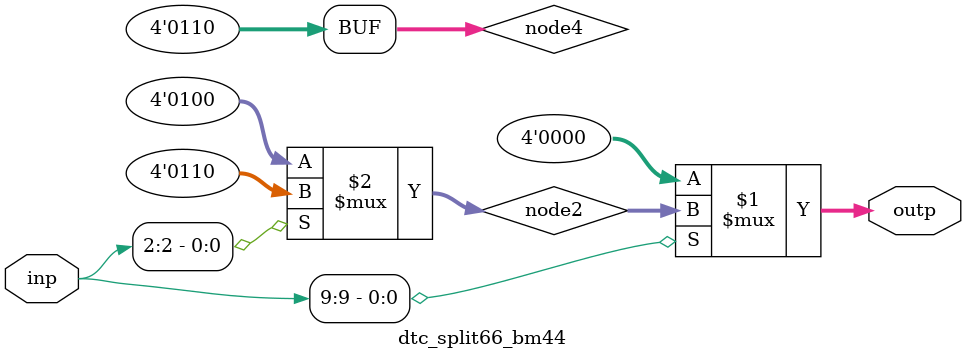
<source format=v>
module dtc_split66_bm44 (
	input  wire [10-1:0] inp,
	output wire [4-1:0] outp
);

	wire [4-1:0] node2;
	wire [4-1:0] node4;

	assign outp = (inp[9]) ? node2 : 4'b0000;
		assign node2 = (inp[2]) ? node4 : 4'b0100;
			assign node4 = (inp[7]) ? 4'b0110 : 4'b0110;

endmodule
</source>
